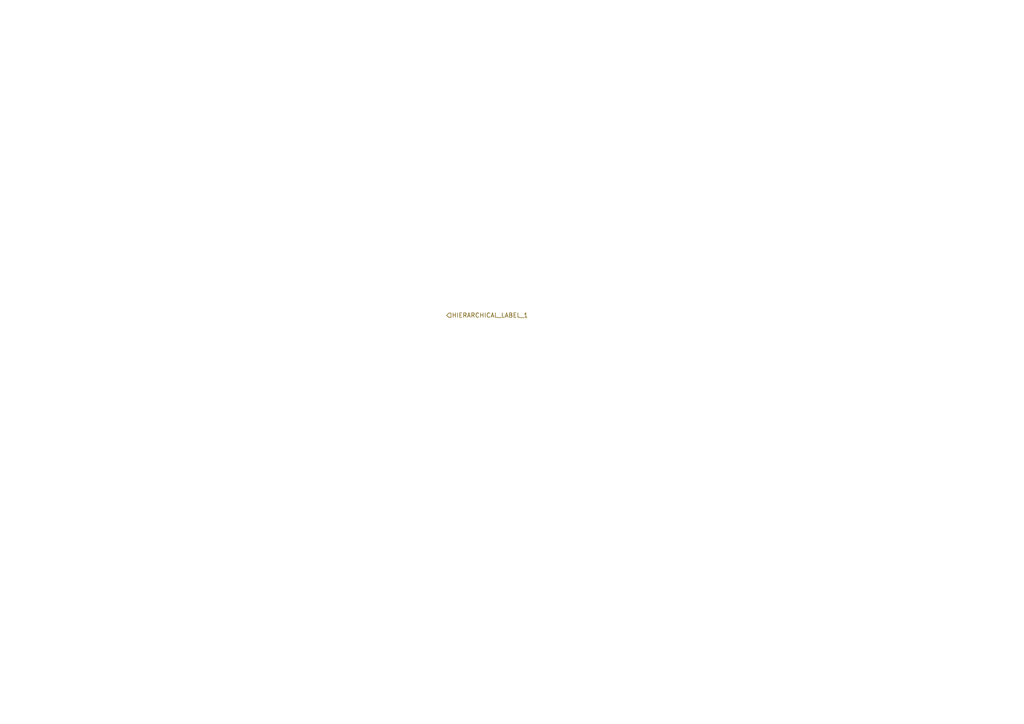
<source format=kicad_sch>
(kicad_sch
	(version 20250114)
	(generator "eeschema")
	(generator_version "9.0")
	(uuid "9474d8c0-f3da-44e4-941c-9c4d3105bed4")
	(paper "A4")
	(lib_symbols)
	(hierarchical_label "HIERARCHICAL_LABEL_1"
		(shape input)
		(at 129.54 91.44 0)
		(effects
			(font
				(size 1.27 1.27)
			)
			(justify left)
		)
		(uuid "b686d569-0da9-49df-86d8-41a8572455f6")
	)
	(sheet_instances
		(path "/"
			(page "1")
		)
	)
	(embedded_fonts no)
)

</source>
